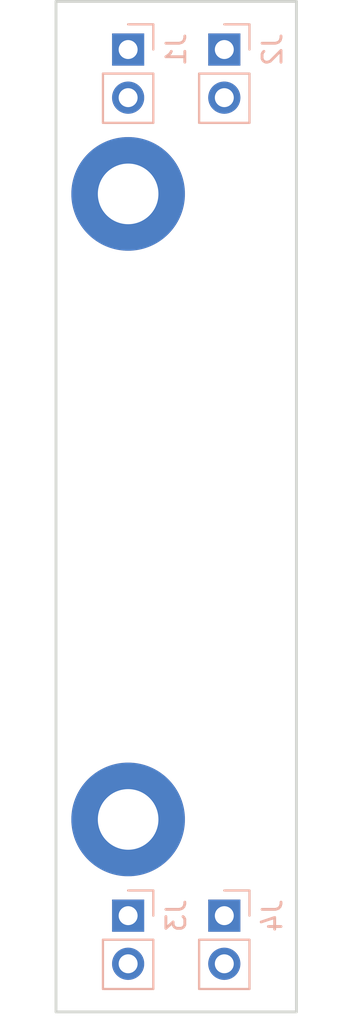
<source format=kicad_pcb>
(kicad_pcb (version 20171130) (host pcbnew 5.0.2+dfsg1-1~bpo9+1)

  (general
    (thickness 1.6)
    (drawings 4)
    (tracks 2)
    (zones 0)
    (modules 4)
    (nets 5)
  )

  (page A4)
  (layers
    (0 F.Cu signal)
    (31 B.Cu signal)
    (32 B.Adhes user)
    (33 F.Adhes user)
    (34 B.Paste user)
    (35 F.Paste user)
    (36 B.SilkS user)
    (37 F.SilkS user)
    (38 B.Mask user)
    (39 F.Mask user)
    (40 Dwgs.User user)
    (41 Cmts.User user)
    (42 Eco1.User user)
    (43 Eco2.User user)
    (44 Edge.Cuts user)
    (45 Margin user)
    (46 B.CrtYd user)
    (47 F.CrtYd user)
    (48 B.Fab user)
    (49 F.Fab user)
  )

  (setup
    (last_trace_width 0.25)
    (trace_clearance 0.2)
    (zone_clearance 0.508)
    (zone_45_only no)
    (trace_min 0.2)
    (segment_width 0.2)
    (edge_width 0.15)
    (via_size 0.8)
    (via_drill 0.4)
    (via_min_size 0.4)
    (via_min_drill 0.3)
    (uvia_size 0.3)
    (uvia_drill 0.1)
    (uvias_allowed no)
    (uvia_min_size 0.2)
    (uvia_min_drill 0.1)
    (pcb_text_width 0.3)
    (pcb_text_size 1.5 1.5)
    (mod_edge_width 0.15)
    (mod_text_size 1 1)
    (mod_text_width 0.15)
    (pad_size 1.524 1.524)
    (pad_drill 0.762)
    (pad_to_mask_clearance 0.051)
    (solder_mask_min_width 0.25)
    (aux_axis_origin 0 0)
    (visible_elements FFFFFF7F)
    (pcbplotparams
      (layerselection 0x010fc_ffffffff)
      (usegerberextensions false)
      (usegerberattributes false)
      (usegerberadvancedattributes false)
      (creategerberjobfile false)
      (excludeedgelayer true)
      (linewidth 0.100000)
      (plotframeref false)
      (viasonmask false)
      (mode 1)
      (useauxorigin false)
      (hpglpennumber 1)
      (hpglpenspeed 20)
      (hpglpendiameter 15.000000)
      (psnegative false)
      (psa4output false)
      (plotreference true)
      (plotvalue true)
      (plotinvisibletext false)
      (padsonsilk false)
      (subtractmaskfromsilk false)
      (outputformat 1)
      (mirror false)
      (drillshape 1)
      (scaleselection 1)
      (outputdirectory ""))
  )

  (net 0 "")
  (net 1 -15V)
  (net 2 +15V)
  (net 3 GND)
  (net 4 +5V)

  (net_class Default "Dies ist die voreingestellte Netzklasse."
    (clearance 0.2)
    (trace_width 0.25)
    (via_dia 0.8)
    (via_drill 0.4)
    (uvia_dia 0.3)
    (uvia_drill 0.1)
    (add_net +15V)
    (add_net +5V)
    (add_net -15V)
    (add_net GND)
  )

  (module Connector_PinHeader_2.54mm:PinHeader_1x02_P2.54mm_Vertical locked (layer B.Cu) (tedit 5C754175) (tstamp 5C8155FE)
    (at 78.74 91.44 180)
    (descr "Through hole straight pin header, 1x02, 2.54mm pitch, single row")
    (tags "Through hole pin header THT 1x02 2.54mm single row")
    (path /5C753BE3)
    (fp_text reference J1 (at -2.54 0 270) (layer B.SilkS)
      (effects (font (size 1 1) (thickness 0.15)) (justify mirror))
    )
    (fp_text value Conn_01x02_Male (at 0 -4.87 180) (layer B.Fab)
      (effects (font (size 1 1) (thickness 0.15)) (justify mirror))
    )
    (fp_text user %R (at 0 -1.27 90) (layer B.Fab)
      (effects (font (size 1 1) (thickness 0.15)) (justify mirror))
    )
    (fp_line (start 1.8 1.8) (end -1.8 1.8) (layer B.CrtYd) (width 0.05))
    (fp_line (start 1.8 -4.35) (end 1.8 1.8) (layer B.CrtYd) (width 0.05))
    (fp_line (start -1.8 -4.35) (end 1.8 -4.35) (layer B.CrtYd) (width 0.05))
    (fp_line (start -1.8 1.8) (end -1.8 -4.35) (layer B.CrtYd) (width 0.05))
    (fp_line (start -1.33 1.33) (end 0 1.33) (layer B.SilkS) (width 0.12))
    (fp_line (start -1.33 0) (end -1.33 1.33) (layer B.SilkS) (width 0.12))
    (fp_line (start -1.33 -1.27) (end 1.33 -1.27) (layer B.SilkS) (width 0.12))
    (fp_line (start 1.33 -1.27) (end 1.33 -3.87) (layer B.SilkS) (width 0.12))
    (fp_line (start -1.33 -1.27) (end -1.33 -3.87) (layer B.SilkS) (width 0.12))
    (fp_line (start -1.33 -3.87) (end 1.33 -3.87) (layer B.SilkS) (width 0.12))
    (fp_line (start -1.27 0.635) (end -0.635 1.27) (layer B.Fab) (width 0.1))
    (fp_line (start -1.27 -3.81) (end -1.27 0.635) (layer B.Fab) (width 0.1))
    (fp_line (start 1.27 -3.81) (end -1.27 -3.81) (layer B.Fab) (width 0.1))
    (fp_line (start 1.27 1.27) (end 1.27 -3.81) (layer B.Fab) (width 0.1))
    (fp_line (start -0.635 1.27) (end 1.27 1.27) (layer B.Fab) (width 0.1))
    (pad 2 thru_hole oval (at 0 -2.54 180) (size 1.7 1.7) (drill 1) (layers *.Cu *.Mask)
      (net 1 -15V))
    (pad 1 thru_hole rect (at 0 0 180) (size 1.7 1.7) (drill 1) (layers *.Cu *.Mask)
      (net 2 +15V))
    (model ${KISYS3DMOD}/Connector_PinHeader_2.54mm.3dshapes/PinHeader_1x02_P2.54mm_Vertical.wrl
      (at (xyz 0 0 0))
      (scale (xyz 1 1 1))
      (rotate (xyz 0 0 0))
    )
  )

  (module Connector_PinHeader_2.54mm:PinHeader_1x02_P2.54mm_Vertical locked (layer B.Cu) (tedit 59FED5CC) (tstamp 5C81530B)
    (at 83.82 91.44 180)
    (descr "Through hole straight pin header, 1x02, 2.54mm pitch, single row")
    (tags "Through hole pin header THT 1x02 2.54mm single row")
    (path /5C753A3D)
    (fp_text reference J2 (at -2.54 0 270) (layer B.SilkS)
      (effects (font (size 1 1) (thickness 0.15)) (justify mirror))
    )
    (fp_text value Conn_01x02_Male (at 0 -4.87 180) (layer B.Fab)
      (effects (font (size 1 1) (thickness 0.15)) (justify mirror))
    )
    (fp_line (start -0.635 1.27) (end 1.27 1.27) (layer B.Fab) (width 0.1))
    (fp_line (start 1.27 1.27) (end 1.27 -3.81) (layer B.Fab) (width 0.1))
    (fp_line (start 1.27 -3.81) (end -1.27 -3.81) (layer B.Fab) (width 0.1))
    (fp_line (start -1.27 -3.81) (end -1.27 0.635) (layer B.Fab) (width 0.1))
    (fp_line (start -1.27 0.635) (end -0.635 1.27) (layer B.Fab) (width 0.1))
    (fp_line (start -1.33 -3.87) (end 1.33 -3.87) (layer B.SilkS) (width 0.12))
    (fp_line (start -1.33 -1.27) (end -1.33 -3.87) (layer B.SilkS) (width 0.12))
    (fp_line (start 1.33 -1.27) (end 1.33 -3.87) (layer B.SilkS) (width 0.12))
    (fp_line (start -1.33 -1.27) (end 1.33 -1.27) (layer B.SilkS) (width 0.12))
    (fp_line (start -1.33 0) (end -1.33 1.33) (layer B.SilkS) (width 0.12))
    (fp_line (start -1.33 1.33) (end 0 1.33) (layer B.SilkS) (width 0.12))
    (fp_line (start -1.8 1.8) (end -1.8 -4.35) (layer B.CrtYd) (width 0.05))
    (fp_line (start -1.8 -4.35) (end 1.8 -4.35) (layer B.CrtYd) (width 0.05))
    (fp_line (start 1.8 -4.35) (end 1.8 1.8) (layer B.CrtYd) (width 0.05))
    (fp_line (start 1.8 1.8) (end -1.8 1.8) (layer B.CrtYd) (width 0.05))
    (fp_text user %R (at 0 -1.27 90) (layer B.Fab)
      (effects (font (size 1 1) (thickness 0.15)) (justify mirror))
    )
    (pad 1 thru_hole rect (at 0 0 180) (size 1.7 1.7) (drill 1) (layers *.Cu *.Mask)
      (net 2 +15V))
    (pad 2 thru_hole oval (at 0 -2.54 180) (size 1.7 1.7) (drill 1) (layers *.Cu *.Mask)
      (net 1 -15V))
    (model ${KISYS3DMOD}/Connector_PinHeader_2.54mm.3dshapes/PinHeader_1x02_P2.54mm_Vertical.wrl
      (at (xyz 0 0 0))
      (scale (xyz 1 1 1))
      (rotate (xyz 0 0 0))
    )
  )

  (module Connector_PinHeader_2.54mm:PinHeader_1x02_P2.54mm_Vertical locked (layer B.Cu) (tedit 59FED5CC) (tstamp 5C8157B0)
    (at 78.74 137.16 180)
    (descr "Through hole straight pin header, 1x02, 2.54mm pitch, single row")
    (tags "Through hole pin header THT 1x02 2.54mm single row")
    (path /5C753C9E)
    (fp_text reference J3 (at -2.54 0 270) (layer B.SilkS)
      (effects (font (size 1 1) (thickness 0.15)) (justify mirror))
    )
    (fp_text value Conn_01x02_Male (at 0 -4.87 180) (layer B.Fab)
      (effects (font (size 1 1) (thickness 0.15)) (justify mirror))
    )
    (fp_text user %R (at 0 -1.27 90) (layer B.Fab)
      (effects (font (size 1 1) (thickness 0.15)) (justify mirror))
    )
    (fp_line (start 1.8 1.8) (end -1.8 1.8) (layer B.CrtYd) (width 0.05))
    (fp_line (start 1.8 -4.35) (end 1.8 1.8) (layer B.CrtYd) (width 0.05))
    (fp_line (start -1.8 -4.35) (end 1.8 -4.35) (layer B.CrtYd) (width 0.05))
    (fp_line (start -1.8 1.8) (end -1.8 -4.35) (layer B.CrtYd) (width 0.05))
    (fp_line (start -1.33 1.33) (end 0 1.33) (layer B.SilkS) (width 0.12))
    (fp_line (start -1.33 0) (end -1.33 1.33) (layer B.SilkS) (width 0.12))
    (fp_line (start -1.33 -1.27) (end 1.33 -1.27) (layer B.SilkS) (width 0.12))
    (fp_line (start 1.33 -1.27) (end 1.33 -3.87) (layer B.SilkS) (width 0.12))
    (fp_line (start -1.33 -1.27) (end -1.33 -3.87) (layer B.SilkS) (width 0.12))
    (fp_line (start -1.33 -3.87) (end 1.33 -3.87) (layer B.SilkS) (width 0.12))
    (fp_line (start -1.27 0.635) (end -0.635 1.27) (layer B.Fab) (width 0.1))
    (fp_line (start -1.27 -3.81) (end -1.27 0.635) (layer B.Fab) (width 0.1))
    (fp_line (start 1.27 -3.81) (end -1.27 -3.81) (layer B.Fab) (width 0.1))
    (fp_line (start 1.27 1.27) (end 1.27 -3.81) (layer B.Fab) (width 0.1))
    (fp_line (start -0.635 1.27) (end 1.27 1.27) (layer B.Fab) (width 0.1))
    (pad 2 thru_hole oval (at 0 -2.54 180) (size 1.7 1.7) (drill 1) (layers *.Cu *.Mask)
      (net 3 GND))
    (pad 1 thru_hole rect (at 0 0 180) (size 1.7 1.7) (drill 1) (layers *.Cu *.Mask)
      (net 4 +5V))
    (model ${KISYS3DMOD}/Connector_PinHeader_2.54mm.3dshapes/PinHeader_1x02_P2.54mm_Vertical.wrl
      (at (xyz 0 0 0))
      (scale (xyz 1 1 1))
      (rotate (xyz 0 0 0))
    )
  )

  (module Connector_PinHeader_2.54mm:PinHeader_1x02_P2.54mm_Vertical locked (layer B.Cu) (tedit 59FED5CC) (tstamp 5C815337)
    (at 83.82 137.16 180)
    (descr "Through hole straight pin header, 1x02, 2.54mm pitch, single row")
    (tags "Through hole pin header THT 1x02 2.54mm single row")
    (path /5C753D1D)
    (fp_text reference J4 (at -2.54 0 270) (layer B.SilkS)
      (effects (font (size 1 1) (thickness 0.15)) (justify mirror))
    )
    (fp_text value Conn_01x02_Male (at 0 -4.87 180) (layer B.Fab)
      (effects (font (size 1 1) (thickness 0.15)) (justify mirror))
    )
    (fp_line (start -0.635 1.27) (end 1.27 1.27) (layer B.Fab) (width 0.1))
    (fp_line (start 1.27 1.27) (end 1.27 -3.81) (layer B.Fab) (width 0.1))
    (fp_line (start 1.27 -3.81) (end -1.27 -3.81) (layer B.Fab) (width 0.1))
    (fp_line (start -1.27 -3.81) (end -1.27 0.635) (layer B.Fab) (width 0.1))
    (fp_line (start -1.27 0.635) (end -0.635 1.27) (layer B.Fab) (width 0.1))
    (fp_line (start -1.33 -3.87) (end 1.33 -3.87) (layer B.SilkS) (width 0.12))
    (fp_line (start -1.33 -1.27) (end -1.33 -3.87) (layer B.SilkS) (width 0.12))
    (fp_line (start 1.33 -1.27) (end 1.33 -3.87) (layer B.SilkS) (width 0.12))
    (fp_line (start -1.33 -1.27) (end 1.33 -1.27) (layer B.SilkS) (width 0.12))
    (fp_line (start -1.33 0) (end -1.33 1.33) (layer B.SilkS) (width 0.12))
    (fp_line (start -1.33 1.33) (end 0 1.33) (layer B.SilkS) (width 0.12))
    (fp_line (start -1.8 1.8) (end -1.8 -4.35) (layer B.CrtYd) (width 0.05))
    (fp_line (start -1.8 -4.35) (end 1.8 -4.35) (layer B.CrtYd) (width 0.05))
    (fp_line (start 1.8 -4.35) (end 1.8 1.8) (layer B.CrtYd) (width 0.05))
    (fp_line (start 1.8 1.8) (end -1.8 1.8) (layer B.CrtYd) (width 0.05))
    (fp_text user %R (at 0 -1.27 90) (layer B.Fab)
      (effects (font (size 1 1) (thickness 0.15)) (justify mirror))
    )
    (pad 1 thru_hole rect (at 0 0 180) (size 1.7 1.7) (drill 1) (layers *.Cu *.Mask)
      (net 4 +5V))
    (pad 2 thru_hole oval (at 0 -2.54 180) (size 1.7 1.7) (drill 1) (layers *.Cu *.Mask)
      (net 3 GND))
    (model ${KISYS3DMOD}/Connector_PinHeader_2.54mm.3dshapes/PinHeader_1x02_P2.54mm_Vertical.wrl
      (at (xyz 0 0 0))
      (scale (xyz 1 1 1))
      (rotate (xyz 0 0 0))
    )
  )

  (gr_line (start 87.63 88.9) (end 87.63 142.24) (layer Edge.Cuts) (width 0.15) (tstamp 5C815404))
  (gr_line (start 74.93 142.24) (end 87.63 142.24) (layer Edge.Cuts) (width 0.15) (tstamp 5C815401))
  (gr_line (start 74.93 88.9) (end 87.63 88.9) (layer Edge.Cuts) (width 0.15))
  (gr_line (start 74.93 88.9) (end 74.93 142.24) (layer Edge.Cuts) (width 0.15))

  (via (at 78.74 99.06) (size 6) (drill 3.2) (layers F.Cu B.Cu) (net 0) (status 40000))
  (via (at 78.74 132.08) (size 6) (drill 3.2) (layers F.Cu B.Cu) (net 0) (tstamp 5C815809) (status 40000))

)

</source>
